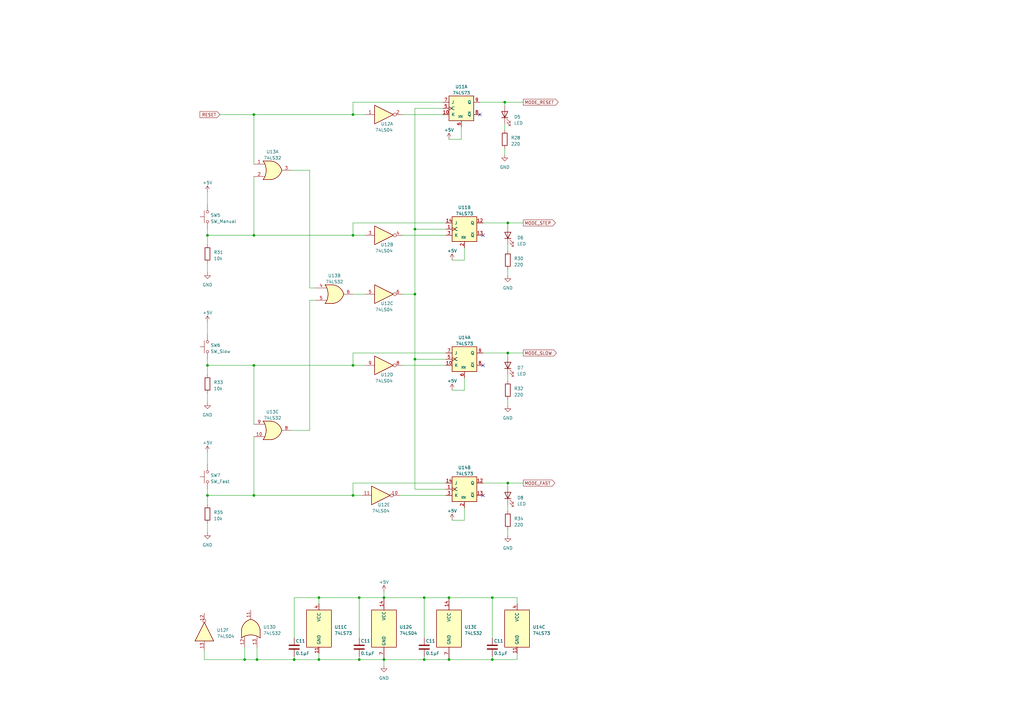
<source format=kicad_sch>
(kicad_sch (version 20230121) (generator eeschema)
  (paper "A3")
  (lib_symbols
    (symbol "74xx:74LS04"
      (property "Reference" "U" (at 0 1.27 0))
      (property "Value" "74LS04" (at 0 -1.27 0))
      (symbol "74LS04_1_0"
        (polyline (pts (xy -3.81 3.81) (xy -3.81 -3.81) (xy 3.81 0) (xy -3.81 3.81)) (stroke (width 0.254)) (fill (type background)))
        (pin input line (at -7.62 0 0) (length 3.81) (name "~") (number "1"))
        (pin output inverted (at 7.62 0 180) (length 3.81) (name "~") (number "2"))
      )
      (symbol "74LS04_2_0"
        (polyline (pts (xy -3.81 3.81) (xy -3.81 -3.81) (xy 3.81 0) (xy -3.81 3.81)) (stroke (width 0.254)) (fill (type background)))
        (pin input line (at -7.62 0 0) (length 3.81) (name "~") (number "3"))
        (pin output inverted (at 7.62 0 180) (length 3.81) (name "~") (number "4"))
      )
      (symbol "74LS04_3_0"
        (polyline (pts (xy -3.81 3.81) (xy -3.81 -3.81) (xy 3.81 0) (xy -3.81 3.81)) (stroke (width 0.254)) (fill (type background)))
        (pin input line (at -7.62 0 0) (length 3.81) (name "~") (number "5"))
        (pin output inverted (at 7.62 0 180) (length 3.81) (name "~") (number "6"))
      )
      (symbol "74LS04_4_0"
        (polyline (pts (xy -3.81 3.81) (xy -3.81 -3.81) (xy 3.81 0) (xy -3.81 3.81)) (stroke (width 0.254)) (fill (type background)))
        (pin output inverted (at 7.62 0 180) (length 3.81) (name "~") (number "8"))
        (pin input line (at -7.62 0 0) (length 3.81) (name "~") (number "9"))
      )
      (symbol "74LS04_5_0"
        (polyline (pts (xy -3.81 3.81) (xy -3.81 -3.81) (xy 3.81 0) (xy -3.81 3.81)) (stroke (width 0.254)) (fill (type background)))
        (pin output inverted (at 7.62 0 180) (length 3.81) (name "~") (number "10"))
        (pin input line (at -7.62 0 0) (length 3.81) (name "~") (number "11"))
      )
      (symbol "74LS04_6_0"
        (polyline (pts (xy -3.81 3.81) (xy -3.81 -3.81) (xy 3.81 0) (xy -3.81 3.81)) (stroke (width 0.254)) (fill (type background)))
        (pin output inverted (at 7.62 0 180) (length 3.81) (name "~") (number "12"))
        (pin input line (at -7.62 0 0) (length 3.81) (name "~") (number "13"))
      )
      (symbol "74LS04_7_0"
        (pin power_in line (at 0 12.7 270) (length 5.08) (name "VCC") (number "14"))
        (pin power_in line (at 0 -12.7 90) (length 5.08) (name "GND") (number "7"))
      )
      (symbol "74LS04_7_1"
        (rectangle (start -5.08 7.62) (end 5.08 -7.62) (stroke (width 0.254)) (fill (type background)))
      )
    )
    (symbol "74xx:74LS32" (pin_names (offset 1.016))
      (property "Reference" "U" (at 0 1.27 0))
      (property "Value" "74LS32" (at 0 -1.27 0))
      (symbol "74LS32_1_1"
        (arc (start -3.81 -3.81) (mid -2.589 0) (end -3.81 3.81) (stroke (width 0.254)))
        (arc (start -0.6096 -3.81) (mid 2.1842 -2.5851) (end 3.81 0) (stroke (width 0.254)) (fill (type background)))
        (polyline (pts (xy -3.81 -3.81) (xy -0.635 -3.81)) (stroke (width 0.254)) (fill (type background)))
        (polyline (pts (xy -3.81 3.81) (xy -0.635 3.81)) (stroke (width 0.254)) (fill (type background)))
        (polyline (pts (xy -0.635 3.81) (xy -3.81 3.81) (xy -3.81 3.81) (xy -3.556 3.4036) (xy -3.0226 2.2606) (xy -2.6924 1.0414) (xy -2.6162 -0.254) (xy -2.7686 -1.4986) (xy -3.175 -2.7178) (xy -3.81 -3.81) (xy -3.81 -3.81) (xy -0.635 -3.81)) (stroke (width -25.4)) (fill (type background)))
        (arc (start 3.81 0) (mid 2.1915 2.5936) (end -0.6096 3.81) (stroke (width 0.254)) (fill (type background)))
        (pin input line (at -7.62 2.54 0) (length 4.318) (name "~") (number "1"))
        (pin input line (at -7.62 -2.54 0) (length 4.318) (name "~") (number "2"))
        (pin output line (at 7.62 0 180) (length 3.81) (name "~") (number "3"))
      )
      (symbol "74LS32_1_2"
        (arc (start 0 -3.81) (mid 3.7934 0) (end 0 3.81) (stroke (width 0.254)) (fill (type background)))
        (polyline (pts (xy 0 3.81) (xy -3.81 3.81) (xy -3.81 -3.81) (xy 0 -3.81)) (stroke (width 0.254)) (fill (type background)))
        (pin input inverted (at -7.62 2.54 0) (length 3.81) (name "~") (number "1"))
        (pin input inverted (at -7.62 -2.54 0) (length 3.81) (name "~") (number "2"))
        (pin output inverted (at 7.62 0 180) (length 3.81) (name "~") (number "3"))
      )
      (symbol "74LS32_2_1"
        (arc (start -3.81 -3.81) (mid -2.589 0) (end -3.81 3.81) (stroke (width 0.254)))
        (arc (start -0.6096 -3.81) (mid 2.1842 -2.5851) (end 3.81 0) (stroke (width 0.254)) (fill (type background)))
        (polyline (pts (xy -3.81 -3.81) (xy -0.635 -3.81)) (stroke (width 0.254)) (fill (type background)))
        (polyline (pts (xy -3.81 3.81) (xy -0.635 3.81)) (stroke (width 0.254)) (fill (type background)))
        (polyline (pts (xy -0.635 3.81) (xy -3.81 3.81) (xy -3.81 3.81) (xy -3.556 3.4036) (xy -3.0226 2.2606) (xy -2.6924 1.0414) (xy -2.6162 -0.254) (xy -2.7686 -1.4986) (xy -3.175 -2.7178) (xy -3.81 -3.81) (xy -3.81 -3.81) (xy -0.635 -3.81)) (stroke (width -25.4)) (fill (type background)))
        (arc (start 3.81 0) (mid 2.1915 2.5936) (end -0.6096 3.81) (stroke (width 0.254)) (fill (type background)))
        (pin input line (at -7.62 2.54 0) (length 4.318) (name "~") (number "4"))
        (pin input line (at -7.62 -2.54 0) (length 4.318) (name "~") (number "5"))
        (pin output line (at 7.62 0 180) (length 3.81) (name "~") (number "6"))
      )
      (symbol "74LS32_2_2"
        (arc (start 0 -3.81) (mid 3.7934 0) (end 0 3.81) (stroke (width 0.254)) (fill (type background)))
        (polyline (pts (xy 0 3.81) (xy -3.81 3.81) (xy -3.81 -3.81) (xy 0 -3.81)) (stroke (width 0.254)) (fill (type background)))
        (pin input inverted (at -7.62 2.54 0) (length 3.81) (name "~") (number "4"))
        (pin input inverted (at -7.62 -2.54 0) (length 3.81) (name "~") (number "5"))
        (pin output inverted (at 7.62 0 180) (length 3.81) (name "~") (number "6"))
      )
      (symbol "74LS32_3_1"
        (arc (start -3.81 -3.81) (mid -2.589 0) (end -3.81 3.81) (stroke (width 0.254)))
        (arc (start -0.6096 -3.81) (mid 2.1842 -2.5851) (end 3.81 0) (stroke (width 0.254)) (fill (type background)))
        (polyline (pts (xy -3.81 -3.81) (xy -0.635 -3.81)) (stroke (width 0.254)) (fill (type background)))
        (polyline (pts (xy -3.81 3.81) (xy -0.635 3.81)) (stroke (width 0.254)) (fill (type background)))
        (polyline (pts (xy -0.635 3.81) (xy -3.81 3.81) (xy -3.81 3.81) (xy -3.556 3.4036) (xy -3.0226 2.2606) (xy -2.6924 1.0414) (xy -2.6162 -0.254) (xy -2.7686 -1.4986) (xy -3.175 -2.7178) (xy -3.81 -3.81) (xy -3.81 -3.81) (xy -0.635 -3.81)) (stroke (width -25.4)) (fill (type background)))
        (arc (start 3.81 0) (mid 2.1915 2.5936) (end -0.6096 3.81) (stroke (width 0.254)) (fill (type background)))
        (pin input line (at -7.62 -2.54 0) (length 4.318) (name "~") (number "10"))
        (pin output line (at 7.62 0 180) (length 3.81) (name "~") (number "8"))
        (pin input line (at -7.62 2.54 0) (length 4.318) (name "~") (number "9"))
      )
      (symbol "74LS32_3_2"
        (arc (start 0 -3.81) (mid 3.7934 0) (end 0 3.81) (stroke (width 0.254)) (fill (type background)))
        (polyline (pts (xy 0 3.81) (xy -3.81 3.81) (xy -3.81 -3.81) (xy 0 -3.81)) (stroke (width 0.254)) (fill (type background)))
        (pin input inverted (at -7.62 -2.54 0) (length 3.81) (name "~") (number "10"))
        (pin output inverted (at 7.62 0 180) (length 3.81) (name "~") (number "8"))
        (pin input inverted (at -7.62 2.54 0) (length 3.81) (name "~") (number "9"))
      )
      (symbol "74LS32_4_1"
        (arc (start -3.81 -3.81) (mid -2.589 0) (end -3.81 3.81) (stroke (width 0.254)))
        (arc (start -0.6096 -3.81) (mid 2.1842 -2.5851) (end 3.81 0) (stroke (width 0.254)) (fill (type background)))
        (polyline (pts (xy -3.81 -3.81) (xy -0.635 -3.81)) (stroke (width 0.254)) (fill (type background)))
        (polyline (pts (xy -3.81 3.81) (xy -0.635 3.81)) (stroke (width 0.254)) (fill (type background)))
        (polyline (pts (xy -0.635 3.81) (xy -3.81 3.81) (xy -3.81 3.81) (xy -3.556 3.4036) (xy -3.0226 2.2606) (xy -2.6924 1.0414) (xy -2.6162 -0.254) (xy -2.7686 -1.4986) (xy -3.175 -2.7178) (xy -3.81 -3.81) (xy -3.81 -3.81) (xy -0.635 -3.81)) (stroke (width -25.4)) (fill (type background)))
        (arc (start 3.81 0) (mid 2.1915 2.5936) (end -0.6096 3.81) (stroke (width 0.254)) (fill (type background)))
        (pin output line (at 7.62 0 180) (length 3.81) (name "~") (number "11"))
        (pin input line (at -7.62 2.54 0) (length 4.318) (name "~") (number "12"))
        (pin input line (at -7.62 -2.54 0) (length 4.318) (name "~") (number "13"))
      )
      (symbol "74LS32_4_2"
        (arc (start 0 -3.81) (mid 3.7934 0) (end 0 3.81) (stroke (width 0.254)) (fill (type background)))
        (polyline (pts (xy 0 3.81) (xy -3.81 3.81) (xy -3.81 -3.81) (xy 0 -3.81)) (stroke (width 0.254)) (fill (type background)))
        (pin output inverted (at 7.62 0 180) (length 3.81) (name "~") (number "11"))
        (pin input inverted (at -7.62 2.54 0) (length 3.81) (name "~") (number "12"))
        (pin input inverted (at -7.62 -2.54 0) (length 3.81) (name "~") (number "13"))
      )
      (symbol "74LS32_5_0"
        (pin power_in line (at 0 12.7 270) (length 5.08) (name "VCC") (number "14"))
        (pin power_in line (at 0 -12.7 90) (length 5.08) (name "GND") (number "7"))
      )
      (symbol "74LS32_5_1"
        (rectangle (start -5.08 7.62) (end 5.08 -7.62) (stroke (width 0.254)) (fill (type background)))
      )
    )
    (symbol "74xx:74LS73" (pin_names (offset 1.016))
      (property "Reference" "U" (at -7.62 8.89 0))
      (property "Value" "74LS73" (at -7.62 -8.89 0))
      (symbol "74LS73_1_0"
        (pin input line (at -7.62 -2.54 0) (length 2.54) (name "K") (number "10"))
        (pin input clock (at -7.62 0 0) (length 2.54) (name "C") (number "5"))
        (pin input line (at 0 -7.62 90) (length 2.54) (name "~{R}") (number "6"))
        (pin input line (at -7.62 2.54 0) (length 2.54) (name "J") (number "7"))
        (pin output line (at 7.62 -2.54 180) (length 2.54) (name "~{Q}") (number "8"))
        (pin output line (at 7.62 2.54 180) (length 2.54) (name "Q") (number "9"))
      )
      (symbol "74LS73_1_1"
        (rectangle (start -5.08 5.08) (end 5.08 -5.08) (stroke (width 0.254)) (fill (type background)))
      )
      (symbol "74LS73_2_0"
        (pin input clock (at -7.62 0 0) (length 2.54) (name "C") (number "1"))
        (pin output line (at 7.62 2.54 180) (length 2.54) (name "Q") (number "12"))
        (pin output line (at 7.62 -2.54 180) (length 2.54) (name "~{Q}") (number "13"))
        (pin input line (at -7.62 2.54 0) (length 2.54) (name "J") (number "14"))
        (pin input line (at 0 -7.62 90) (length 2.54) (name "~{R}") (number "2"))
        (pin input line (at -7.62 -2.54 0) (length 2.54) (name "K") (number "3"))
      )
      (symbol "74LS73_2_1"
        (rectangle (start -5.08 5.08) (end 5.08 -5.08) (stroke (width 0.254)) (fill (type background)))
      )
      (symbol "74LS73_3_0"
        (pin power_in line (at 0 -10.16 90) (length 2.54) (name "GND") (number "11"))
        (pin power_in line (at 0 10.16 270) (length 2.54) (name "VCC") (number "4"))
      )
      (symbol "74LS73_3_1"
        (rectangle (start -5.08 7.62) (end 5.08 -7.62) (stroke (width 0.254)) (fill (type background)))
      )
    )
    (symbol "Device:C" (pin_numbers hide) (pin_names (offset 0.254))
      (property "Reference" "C" (at 0.635 2.54 0))
      (property "Value" "C" (at 0.635 -2.54 0))
      (symbol "C_0_1"
        (polyline (pts (xy -2.032 -0.762) (xy 2.032 -0.762)) (stroke (width 0.508)))
        (polyline (pts (xy -2.032 0.762) (xy 2.032 0.762)) (stroke (width 0.508)))
      )
      (symbol "C_1_1"
        (pin passive line (at 0 3.81 270) (length 2.794) (name "~") (number "1"))
        (pin passive line (at 0 -3.81 90) (length 2.794) (name "~") (number "2"))
      )
    )
    (symbol "Device:LED" (pin_numbers hide) (pin_names (offset 1.016) hide)
      (property "Reference" "D" (at 0 2.54 0))
      (property "Value" "LED" (at 0 -2.54 0))
      (symbol "LED_0_1"
        (polyline (pts (xy -1.27 -1.27) (xy -1.27 1.27)) (stroke (width 0.254)))
        (polyline (pts (xy -1.27 0) (xy 1.27 0)))
        (polyline (pts (xy 1.27 -1.27) (xy 1.27 1.27) (xy -1.27 0) (xy 1.27 -1.27)) (stroke (width 0.254)))
        (polyline (pts (xy -3.048 -0.762) (xy -4.572 -2.286) (xy -3.81 -2.286) (xy -4.572 -2.286) (xy -4.572 -1.524)))
        (polyline (pts (xy -1.778 -0.762) (xy -3.302 -2.286) (xy -2.54 -2.286) (xy -3.302 -2.286) (xy -3.302 -1.524)))
      )
      (symbol "LED_1_1"
        (pin passive line (at -3.81 0 0) (length 2.54) (name "K") (number "1"))
        (pin passive line (at 3.81 0 180) (length 2.54) (name "A") (number "2"))
      )
    )
    (symbol "Device:R" (pin_numbers hide) (pin_names (offset 0))
      (property "Reference" "R" (at 2.032 0 90))
      (property "Value" "R" (at 0 0 90))
      (symbol "R_0_1"
        (rectangle (start -1.016 -2.54) (end 1.016 2.54) (stroke (width 0.254)))
      )
      (symbol "R_1_1"
        (pin passive line (at 0 3.81 270) (length 1.27) (name "~") (number "1"))
        (pin passive line (at 0 -3.81 90) (length 1.27) (name "~") (number "2"))
      )
    )
    (symbol "Switch:SW_Push" (pin_numbers hide) (pin_names (offset 1.016) hide)
      (property "Reference" "SW" (at 1.27 2.54 0))
      (property "Value" "SW_Push" (at 0 -1.524 0))
      (symbol "SW_Push_0_1"
        (circle (center -2.032 0) (radius 0.508))
        (polyline (pts (xy 0 1.27) (xy 0 3.048)))
        (polyline (pts (xy 2.54 1.27) (xy -2.54 1.27)))
        (circle (center 2.032 0) (radius 0.508))
        (pin passive line (at -5.08 0 0) (length 2.54) (name "1") (number "1"))
        (pin passive line (at 5.08 0 180) (length 2.54) (name "2") (number "2"))
      )
    )
    (symbol "power:+5V" (power) (pin_names (offset 0))
      (property "Value" "+5V" (at 0 3.556 0))
      (symbol "+5V_0_1"
        (polyline (pts (xy -0.762 1.27) (xy 0 2.54)))
        (polyline (pts (xy 0 0) (xy 0 2.54)))
        (polyline (pts (xy 0 2.54) (xy 0.762 1.27)))
      )
      (symbol "+5V_1_1"
        (pin power_in line (at 0 0 90) (length 0) hide (name "+5V") (number "1"))
      )
    )
    (symbol "power:GND" (power) (pin_names (offset 0))
      (property "Value" "GND" (at 0 -3.81 0))
      (symbol "GND_0_1"
        (polyline (pts (xy 0 0) (xy 0 -1.27) (xy 1.27 -1.27) (xy 0 -2.54) (xy -1.27 -1.27) (xy 0 -1.27)))
      )
      (symbol "GND_1_1"
        (pin power_in line (at 0 0 270) (length 0) hide (name "GND") (number "1"))
      )
    )
  )
  (junction (at 144.78 96.52))
  (junction (at 170.18 93.98))
  (junction (at 184.15 270.51))
  (junction (at 104.14 149.86))
  (junction (at 130.81 245.11))
  (junction (at 208.28 198.12))
  (junction (at 184.15 245.11))
  (junction (at 157.48 245.11))
  (junction (at 85.09 203.2))
  (junction (at 85.09 149.86))
  (junction (at 104.14 46.99))
  (junction (at 201.93 245.11))
  (junction (at 147.32 245.11))
  (junction (at 170.18 147.32))
  (junction (at 85.09 96.52))
  (junction (at 208.28 91.44))
  (junction (at 170.18 120.65))
  (junction (at 208.28 144.78))
  (junction (at 147.32 270.51))
  (junction (at 104.14 96.52))
  (junction (at 144.78 203.2))
  (junction (at 173.99 270.51))
  (junction (at 201.93 270.51))
  (junction (at 157.48 270.51))
  (junction (at 144.78 46.99))
  (junction (at 104.14 203.2))
  (junction (at 120.65 270.51))
  (junction (at 173.99 245.11))
  (junction (at 100.33 270.51))
  (junction (at 144.78 149.86))
  (junction (at 207.01 41.91))
  (junction (at 130.81 270.51))
  (junction (at 105.41 270.51))
  (no_connect (at 198.12 96.52))
  (no_connect (at 198.12 149.86))
  (no_connect (at 196.85 46.99))
  (no_connect (at 198.12 203.2))
  (wire (pts (xy 170.18 147.32) (xy 170.18 200.66)))
  (wire (pts (xy 163.83 203.2) (xy 182.88 203.2)))
  (wire (pts (xy 208.28 91.44) (xy 208.28 92.71)))
  (wire (pts (xy 104.14 46.99) (xy 104.14 67.31)))
  (wire (pts (xy 182.88 198.12) (xy 144.78 198.12)))
  (wire (pts (xy 208.28 144.78) (xy 214.63 144.78)))
  (wire (pts (xy 85.09 200.66) (xy 85.09 203.2)))
  (wire (pts (xy 104.14 149.86) (xy 104.14 173.99)))
  (wire (pts (xy 130.81 245.11) (xy 130.81 247.65)))
  (wire (pts (xy 85.09 147.32) (xy 85.09 149.86)))
  (wire (pts (xy 104.14 96.52) (xy 144.78 96.52)))
  (wire (pts (xy 208.28 102.87) (xy 208.28 100.33)))
  (wire (pts (xy 85.09 93.98) (xy 85.09 96.52)))
  (wire (pts (xy 85.09 78.74) (xy 85.09 83.82)))
  (wire (pts (xy 208.28 113.03) (xy 208.28 110.49)))
  (wire (pts (xy 173.99 245.11) (xy 184.15 245.11)))
  (wire (pts (xy 201.93 245.11) (xy 201.93 261.62)))
  (wire (pts (xy 83.82 270.51) (xy 100.33 270.51)))
  (wire (pts (xy 144.78 46.99) (xy 149.86 46.99)))
  (wire (pts (xy 198.12 144.78) (xy 208.28 144.78)))
  (wire (pts (xy 144.78 120.65) (xy 149.86 120.65)))
  (wire (pts (xy 85.09 96.52) (xy 104.14 96.52)))
  (wire (pts (xy 165.1 46.99) (xy 181.61 46.99)))
  (wire (pts (xy 120.65 269.24) (xy 120.65 270.51)))
  (wire (pts (xy 190.5 106.68) (xy 185.42 106.68)))
  (wire (pts (xy 182.88 93.98) (xy 170.18 93.98)))
  (wire (pts (xy 147.32 245.11) (xy 157.48 245.11)))
  (wire (pts (xy 184.15 245.11) (xy 201.93 245.11)))
  (wire (pts (xy 85.09 185.42) (xy 85.09 190.5)))
  (wire (pts (xy 189.23 57.15) (xy 184.15 57.15)))
  (wire (pts (xy 208.28 144.78) (xy 208.28 146.05)))
  (wire (pts (xy 104.14 96.52) (xy 104.14 72.39)))
  (wire (pts (xy 104.14 46.99) (xy 144.78 46.99)))
  (wire (pts (xy 85.09 132.08) (xy 85.09 137.16)))
  (wire (pts (xy 144.78 149.86) (xy 149.86 149.86)))
  (wire (pts (xy 144.78 203.2) (xy 148.59 203.2)))
  (wire (pts (xy 85.09 149.86) (xy 85.09 153.67)))
  (wire (pts (xy 201.93 270.51) (xy 212.09 270.51)))
  (wire (pts (xy 207.01 63.5) (xy 207.01 60.96)))
  (wire (pts (xy 85.09 161.29) (xy 85.09 165.1)))
  (wire (pts (xy 190.5 154.94) (xy 190.5 160.02)))
  (wire (pts (xy 157.48 273.05) (xy 157.48 270.51)))
  (wire (pts (xy 104.14 203.2) (xy 144.78 203.2)))
  (wire (pts (xy 182.88 200.66) (xy 170.18 200.66)))
  (wire (pts (xy 85.09 214.63) (xy 85.09 218.44)))
  (wire (pts (xy 127 123.19) (xy 129.54 123.19)))
  (wire (pts (xy 105.41 265.43) (xy 105.41 270.51)))
  (wire (pts (xy 157.48 270.51) (xy 173.99 270.51)))
  (wire (pts (xy 170.18 120.65) (xy 170.18 147.32)))
  (wire (pts (xy 104.14 149.86) (xy 144.78 149.86)))
  (wire (pts (xy 100.33 265.43) (xy 100.33 270.51)))
  (wire (pts (xy 100.33 270.51) (xy 105.41 270.51)))
  (wire (pts (xy 127 118.11) (xy 129.54 118.11)))
  (wire (pts (xy 190.5 160.02) (xy 185.42 160.02)))
  (wire (pts (xy 190.5 208.28) (xy 190.5 213.36)))
  (wire (pts (xy 207.01 41.91) (xy 207.01 43.18)))
  (wire (pts (xy 173.99 245.11) (xy 173.99 261.62)))
  (wire (pts (xy 207.01 41.91) (xy 214.63 41.91)))
  (wire (pts (xy 157.48 245.11) (xy 173.99 245.11)))
  (wire (pts (xy 147.32 269.24) (xy 147.32 270.51)))
  (wire (pts (xy 120.65 245.11) (xy 130.81 245.11)))
  (wire (pts (xy 144.78 144.78) (xy 144.78 149.86)))
  (wire (pts (xy 208.28 91.44) (xy 214.63 91.44)))
  (wire (pts (xy 144.78 96.52) (xy 149.86 96.52)))
  (wire (pts (xy 165.1 120.65) (xy 170.18 120.65)))
  (wire (pts (xy 198.12 198.12) (xy 208.28 198.12)))
  (wire (pts (xy 120.65 261.62) (xy 120.65 245.11)))
  (wire (pts (xy 90.17 46.99) (xy 104.14 46.99)))
  (wire (pts (xy 182.88 91.44) (xy 144.78 91.44)))
  (wire (pts (xy 173.99 269.24) (xy 173.99 270.51)))
  (wire (pts (xy 85.09 203.2) (xy 104.14 203.2)))
  (wire (pts (xy 157.48 242.57) (xy 157.48 245.11)))
  (wire (pts (xy 212.09 247.65) (xy 212.09 245.11)))
  (wire (pts (xy 181.61 41.91) (xy 144.78 41.91)))
  (wire (pts (xy 189.23 52.07) (xy 189.23 57.15)))
  (wire (pts (xy 173.99 270.51) (xy 184.15 270.51)))
  (wire (pts (xy 85.09 107.95) (xy 85.09 111.76)))
  (wire (pts (xy 201.93 245.11) (xy 212.09 245.11)))
  (wire (pts (xy 170.18 44.45) (xy 170.18 93.98)))
  (wire (pts (xy 120.65 270.51) (xy 130.81 270.51)))
  (wire (pts (xy 170.18 93.98) (xy 170.18 120.65)))
  (wire (pts (xy 190.5 101.6) (xy 190.5 106.68)))
  (wire (pts (xy 182.88 147.32) (xy 170.18 147.32)))
  (wire (pts (xy 144.78 91.44) (xy 144.78 96.52)))
  (wire (pts (xy 104.14 179.07) (xy 104.14 203.2)))
  (wire (pts (xy 208.28 198.12) (xy 214.63 198.12)))
  (wire (pts (xy 212.09 267.97) (xy 212.09 270.51)))
  (wire (pts (xy 165.1 96.52) (xy 182.88 96.52)))
  (wire (pts (xy 208.28 209.55) (xy 208.28 207.01)))
  (wire (pts (xy 201.93 269.24) (xy 201.93 270.51)))
  (wire (pts (xy 207.01 53.34) (xy 207.01 50.8)))
  (wire (pts (xy 165.1 149.86) (xy 182.88 149.86)))
  (wire (pts (xy 196.85 41.91) (xy 207.01 41.91)))
  (wire (pts (xy 85.09 203.2) (xy 85.09 207.01)))
  (wire (pts (xy 83.82 266.7) (xy 83.82 270.51)))
  (wire (pts (xy 208.28 156.21) (xy 208.28 153.67)))
  (wire (pts (xy 198.12 91.44) (xy 208.28 91.44)))
  (wire (pts (xy 170.18 44.45) (xy 181.61 44.45)))
  (wire (pts (xy 130.81 245.11) (xy 147.32 245.11)))
  (wire (pts (xy 127 69.85) (xy 119.38 69.85)))
  (wire (pts (xy 184.15 270.51) (xy 201.93 270.51)))
  (wire (pts (xy 127 118.11) (xy 127 69.85)))
  (wire (pts (xy 105.41 270.51) (xy 120.65 270.51)))
  (wire (pts (xy 85.09 149.86) (xy 104.14 149.86)))
  (wire (pts (xy 85.09 96.52) (xy 85.09 100.33)))
  (wire (pts (xy 130.81 270.51) (xy 130.81 267.97)))
  (wire (pts (xy 182.88 144.78) (xy 144.78 144.78)))
  (wire (pts (xy 190.5 213.36) (xy 185.42 213.36)))
  (wire (pts (xy 208.28 166.37) (xy 208.28 163.83)))
  (wire (pts (xy 127 176.53) (xy 119.38 176.53)))
  (wire (pts (xy 147.32 245.11) (xy 147.32 261.62)))
  (wire (pts (xy 144.78 198.12) (xy 144.78 203.2)))
  (wire (pts (xy 127 123.19) (xy 127 176.53)))
  (wire (pts (xy 144.78 41.91) (xy 144.78 46.99)))
  (wire (pts (xy 130.81 270.51) (xy 147.32 270.51)))
  (wire (pts (xy 147.32 270.51) (xy 157.48 270.51)))
  (wire (pts (xy 208.28 198.12) (xy 208.28 199.39)))
  (wire (pts (xy 208.28 219.71) (xy 208.28 217.17)))
  (global_label "MODE_FAST" (shape output) (at 214.63 198.12 0) (property "Intersheetrefs" "${INTERSHEET_REFS}" (effects hide)))
  (global_label "RESET" (shape input) (at 90.17 46.99 180) (property "Intersheetrefs" "${INTERSHEET_REFS}" (effects hide)))
  (global_label "MODE_SLOW" (shape output) (at 214.63 144.78 0) (property "Intersheetrefs" "${INTERSHEET_REFS}" (effects hide)))
  (global_label "MODE_STEP" (shape output) (at 214.63 91.44 0) (property "Intersheetrefs" "${INTERSHEET_REFS}" (effects hide)))
  (global_label "MODE_RESET" (shape output) (at 214.63 41.91 0) (property "Intersheetrefs" "${INTERSHEET_REFS}" (effects hide)))
  (symbol (lib_id "Device:R") (at 85.09 157.48 0) (unit 1)
    (property "Reference" "R33" (at 87.63 156.845 0) (effects (justify left)))
    (property "Value" "10k" (at 87.63 159.385 0) (effects (justify left)))
  )
  (symbol (lib_id "74xx:74LS04") (at 157.48 120.65 0) (unit 3)
    (property "Reference" "U12" (at 158.75 124.46 0))
    (property "Value" "74LS04" (at 157.48 127 0))
    (property "Datasheet" "http://www.ti.com/lit/gpn/sn74LS04" (effects hide))
  )
  (symbol (lib_id "74xx:74LS73") (at 190.5 93.98 0) (unit 2)
    (property "Reference" "U11" (at 190.5 85.09 0))
    (property "Value" "74LS73" (at 190.5 87.63 0))
    (property "Datasheet" "http://www.ti.com/lit/gpn/sn74LS73" (effects hide))
  )
  (symbol (lib_id "74xx:74LS73") (at 212.09 257.81 0) (unit 3)
    (property "Reference" "U14" (at 218.44 257.175 0) (effects (justify left)))
    (property "Value" "74LS73" (at 218.44 259.715 0) (effects (justify left)))
    (property "Datasheet" "http://www.ti.com/lit/gpn/sn74LS73" (effects hide))
  )
  (symbol (lib_id "74xx:74LS04") (at 157.48 46.99 0) (unit 1)
    (property "Reference" "U12" (at 158.75 50.8 0))
    (property "Value" "74LS04" (at 157.48 53.34 0))
    (property "Datasheet" "http://www.ti.com/lit/gpn/sn74LS04" (effects hide))
  )
  (symbol (lib_id "power:GND") (at 207.01 63.5 0) (unit 1)
    (property "Reference" "#PWR022" (effects hide))
    (property "Value" "GND" (at 207.01 68.58 0))
  )
  (symbol (lib_id "Device:C") (at 201.93 265.43 0) (unit 1)
    (property "Reference" "C11" (at 202.565 262.89 0) (effects (justify left)))
    (property "Value" "0.1µF" (at 202.565 267.97 0) (effects (justify left)))
    (property "Footprint" "Capacitor_THT:C_Disc_D4.3mm_W1.9mm_P5.00mm" (effects hide))
    (instances (project "clock" (path "" (reference "C11") (unit 1)) (path "" (reference "C18") (unit 1))) (project "8bit-computer" (path "" (reference "C10") (unit 1))))
  )
  (symbol (lib_id "power:+5V") (at 85.09 78.74 0) (unit 1)
    (property "Reference" "#PWR024" (effects hide))
    (property "Value" "+5V" (at 85.09 74.93 0))
  )
  (symbol (lib_id "Device:R") (at 207.01 57.15 0) (unit 1)
    (property "Reference" "R28" (at 209.55 56.515 0) (effects (justify left)))
    (property "Value" "220" (at 209.55 59.055 0) (effects (justify left)))
  )
  (symbol (lib_id "Device:R") (at 208.28 160.02 0) (unit 1)
    (property "Reference" "R32" (at 210.82 159.385 0) (effects (justify left)))
    (property "Value" "220" (at 210.82 161.925 0) (effects (justify left)))
  )
  (symbol (lib_id "Device:R") (at 85.09 104.14 0) (unit 1)
    (property "Reference" "R31" (at 87.63 103.505 0) (effects (justify left)))
    (property "Value" "10k" (at 87.63 106.045 0) (effects (justify left)))
  )
  (symbol (lib_id "74xx:74LS73") (at 190.5 147.32 0) (unit 1)
    (property "Reference" "U14" (at 190.5 138.43 0))
    (property "Value" "74LS73" (at 190.5 140.97 0))
    (property "Datasheet" "http://www.ti.com/lit/gpn/sn74LS73" (effects hide))
  )
  (symbol (lib_id "Device:LED") (at 208.28 96.52 90) (unit 1)
    (property "Reference" "D6" (at 212.09 97.4725 90) (effects (justify right)))
    (property "Value" "LED" (at 212.09 100.0125 90) (effects (justify right)))
  )
  (symbol (lib_id "74xx:74LS32") (at 111.76 176.53 0) (unit 3)
    (property "Reference" "U13" (at 111.76 168.91 0))
    (property "Value" "74LS32" (at 111.76 171.45 0))
    (property "Datasheet" "http://www.ti.com/lit/gpn/sn74LS32" (effects hide))
  )
  (symbol (lib_id "power:GND") (at 208.28 113.03 0) (unit 1)
    (property "Reference" "#PWR026" (effects hide))
    (property "Value" "GND" (at 208.28 118.11 0))
  )
  (symbol (lib_id "power:+5V") (at 85.09 132.08 0) (unit 1)
    (property "Reference" "#PWR028" (effects hide))
    (property "Value" "+5V" (at 85.09 128.27 0))
  )
  (symbol (lib_id "power:+5V") (at 85.09 185.42 0) (unit 1)
    (property "Reference" "#PWR032" (effects hide))
    (property "Value" "+5V" (at 85.09 181.61 0))
  )
  (symbol (lib_id "74xx:74LS32") (at 102.87 257.81 90) (unit 4)
    (property "Reference" "U13" (at 107.95 257.175 90) (effects (justify right)))
    (property "Value" "74LS32" (at 107.95 259.715 90) (effects (justify right)))
    (property "Datasheet" "http://www.ti.com/lit/gpn/sn74LS32" (effects hide))
  )
  (symbol (lib_id "74xx:74LS32") (at 184.15 257.81 0) (unit 5)
    (property "Reference" "U13" (at 190.5 257.175 0) (effects (justify left)))
    (property "Value" "74LS32" (at 190.5 259.715 0) (effects (justify left)))
    (property "Datasheet" "http://www.ti.com/lit/gpn/sn74LS32" (effects hide))
  )
  (symbol (lib_id "74xx:74LS32") (at 137.16 120.65 0) (unit 2)
    (property "Reference" "U13" (at 137.16 113.03 0))
    (property "Value" "74LS32" (at 137.16 115.57 0))
    (property "Datasheet" "http://www.ti.com/lit/gpn/sn74LS32" (effects hide))
  )
  (symbol (lib_id "power:+5V") (at 185.42 213.36 0) (unit 1)
    (property "Reference" "#PWR033" (effects hide))
    (property "Value" "+5V" (at 185.42 209.55 0))
  )
  (symbol (lib_id "power:GND") (at 208.28 166.37 0) (unit 1)
    (property "Reference" "#PWR030" (effects hide))
    (property "Value" "GND" (at 208.28 171.45 0))
  )
  (symbol (lib_id "power:GND") (at 157.48 273.05 0) (unit 1)
    (property "Reference" "#PWR037" (effects hide))
    (property "Value" "GND" (at 157.48 278.13 0))
  )
  (symbol (lib_id "Device:R") (at 85.09 210.82 0) (unit 1)
    (property "Reference" "R35" (at 87.63 210.185 0) (effects (justify left)))
    (property "Value" "10k" (at 87.63 212.725 0) (effects (justify left)))
  )
  (symbol (lib_id "Device:C") (at 147.32 265.43 0) (unit 1)
    (property "Reference" "C11" (at 147.955 262.89 0) (effects (justify left)))
    (property "Value" "0.1µF" (at 147.955 267.97 0) (effects (justify left)))
    (property "Footprint" "Capacitor_THT:C_Disc_D4.3mm_W1.9mm_P5.00mm" (effects hide))
    (instances (project "clock" (path "" (reference "C11") (unit 1)) (path "" (reference "C16") (unit 1))) (project "8bit-computer" (path "" (reference "C10") (unit 1))))
  )
  (symbol (lib_id "power:GND") (at 208.28 219.71 0) (unit 1)
    (property "Reference" "#PWR034" (effects hide))
    (property "Value" "GND" (at 208.28 224.79 0))
  )
  (symbol (lib_id "74xx:74LS73") (at 189.23 44.45 0) (unit 1)
    (property "Reference" "U11" (at 189.23 35.56 0))
    (property "Value" "74LS73" (at 189.23 38.1 0))
    (property "Datasheet" "http://www.ti.com/lit/gpn/sn74LS73" (effects hide))
  )
  (symbol (lib_id "power:+5V") (at 185.42 106.68 0) (unit 1)
    (property "Reference" "#PWR025" (effects hide))
    (property "Value" "+5V" (at 185.42 102.87 0))
  )
  (symbol (lib_id "74xx:74LS73") (at 190.5 200.66 0) (unit 2)
    (property "Reference" "U14" (at 190.5 191.77 0))
    (property "Value" "74LS73" (at 190.5 194.31 0))
    (property "Datasheet" "http://www.ti.com/lit/gpn/sn74LS73" (effects hide))
  )
  (symbol (lib_id "power:GND") (at 85.09 218.44 0) (unit 1)
    (property "Reference" "#PWR035" (effects hide))
    (property "Value" "GND" (at 85.09 223.52 0))
  )
  (symbol (lib_id "power:GND") (at 85.09 111.76 0) (unit 1)
    (property "Reference" "#PWR027" (effects hide))
    (property "Value" "GND" (at 85.09 116.84 0))
  )
  (symbol (lib_id "74xx:74LS04") (at 156.21 203.2 0) (unit 5)
    (property "Reference" "U12" (at 157.48 207.01 0))
    (property "Value" "74LS04" (at 156.21 209.55 0))
    (property "Datasheet" "http://www.ti.com/lit/gpn/sn74LS04" (effects hide))
  )
  (symbol (lib_id "Switch:SW_Push") (at 85.09 195.58 90) (unit 1)
    (property "Reference" "SW7" (at 86.36 194.945 90) (effects (justify right)))
    (property "Value" "SW_Fast" (at 86.36 197.485 90) (effects (justify right)))
  )
  (symbol (lib_id "74xx:74LS04") (at 157.48 96.52 0) (unit 2)
    (property "Reference" "U12" (at 158.75 100.33 0))
    (property "Value" "74LS04" (at 157.48 102.87 0))
    (property "Datasheet" "http://www.ti.com/lit/gpn/sn74LS04" (effects hide))
  )
  (symbol (lib_id "Device:C") (at 120.65 265.43 0) (unit 1)
    (property "Reference" "C11" (at 121.285 262.89 0) (effects (justify left)))
    (property "Value" "0.1µF" (at 121.285 267.97 0) (effects (justify left)))
    (property "Footprint" "Capacitor_THT:C_Disc_D4.3mm_W1.9mm_P5.00mm" (effects hide))
    (instances (project "clock" (path "" (reference "C11") (unit 1)) (path "" (reference "C13") (unit 1))) (project "8bit-computer" (path "" (reference "C10") (unit 1))))
  )
  (symbol (lib_id "power:GND") (at 85.09 165.1 0) (unit 1)
    (property "Reference" "#PWR031" (effects hide))
    (property "Value" "GND" (at 85.09 170.18 0))
  )
  (symbol (lib_id "74xx:74LS73") (at 130.81 257.81 0) (unit 3)
    (property "Reference" "U11" (at 137.16 257.175 0) (effects (justify left)))
    (property "Value" "74LS73" (at 137.16 259.715 0) (effects (justify left)))
    (property "Datasheet" "http://www.ti.com/lit/gpn/sn74LS73" (effects hide))
  )
  (symbol (lib_id "Device:R") (at 208.28 106.68 0) (unit 1)
    (property "Reference" "R30" (at 210.82 106.045 0) (effects (justify left)))
    (property "Value" "220" (at 210.82 108.585 0) (effects (justify left)))
  )
  (symbol (lib_id "power:+5V") (at 184.15 57.15 0) (unit 1)
    (property "Reference" "#PWR021" (effects hide))
    (property "Value" "+5V" (at 184.15 53.34 0))
  )
  (symbol (lib_id "Device:C") (at 173.99 265.43 0) (unit 1)
    (property "Reference" "C11" (at 174.625 262.89 0) (effects (justify left)))
    (property "Value" "0.1µF" (at 174.625 267.97 0) (effects (justify left)))
    (property "Footprint" "Capacitor_THT:C_Disc_D4.3mm_W1.9mm_P5.00mm" (effects hide))
    (instances (project "clock" (path "" (reference "C11") (unit 1)) (path "" (reference "C17") (unit 1))) (project "8bit-computer" (path "" (reference "C10") (unit 1))))
  )
  (symbol (lib_id "Switch:SW_Push") (at 85.09 88.9 90) (unit 1)
    (property "Reference" "SW5" (at 86.36 88.265 90) (effects (justify right)))
    (property "Value" "SW_Manual" (at 86.36 90.805 90) (effects (justify right)))
  )
  (symbol (lib_id "74xx:74LS32") (at 111.76 69.85 0) (unit 1)
    (property "Reference" "U13" (at 111.76 62.23 0))
    (property "Value" "74LS32" (at 111.76 64.77 0))
    (property "Datasheet" "http://www.ti.com/lit/gpn/sn74LS32" (effects hide))
  )
  (symbol (lib_id "Device:R") (at 208.28 213.36 0) (unit 1)
    (property "Reference" "R34" (at 210.82 212.725 0) (effects (justify left)))
    (property "Value" "220" (at 210.82 215.265 0) (effects (justify left)))
  )
  (symbol (lib_id "Device:LED") (at 208.28 149.86 90) (unit 1)
    (property "Reference" "D7" (at 212.09 150.8125 90) (effects (justify right)))
    (property "Value" "LED" (at 212.09 153.3525 90) (effects (justify right)))
  )
  (symbol (lib_id "74xx:74LS04") (at 157.48 257.81 0) (unit 7)
    (property "Reference" "U12" (at 163.83 257.175 0) (effects (justify left)))
    (property "Value" "74LS04" (at 163.83 259.715 0) (effects (justify left)))
    (property "Datasheet" "http://www.ti.com/lit/gpn/sn74LS04" (effects hide))
  )
  (symbol (lib_id "Device:LED") (at 207.01 46.99 90) (unit 1)
    (property "Reference" "D5" (at 210.82 47.9425 90) (effects (justify right)))
    (property "Value" "LED" (at 210.82 50.4825 90) (effects (justify right)))
  )
  (symbol (lib_id "power:+5V") (at 157.48 242.57 0) (unit 1)
    (property "Reference" "#PWR036" (effects hide))
    (property "Value" "+5V" (at 157.48 238.76 0))
  )
  (symbol (lib_id "74xx:74LS04") (at 157.48 149.86 0) (unit 4)
    (property "Reference" "U12" (at 158.75 153.67 0))
    (property "Value" "74LS04" (at 157.48 156.21 0))
    (property "Datasheet" "http://www.ti.com/lit/gpn/sn74LS04" (effects hide))
  )
  (symbol (lib_id "Switch:SW_Push") (at 85.09 142.24 90) (unit 1)
    (property "Reference" "SW6" (at 86.36 141.605 90) (effects (justify right)))
    (property "Value" "SW_Slow" (at 86.36 144.145 90) (effects (justify right)))
  )
  (symbol (lib_id "74xx:74LS04") (at 83.82 259.08 90) (unit 6)
    (property "Reference" "U12" (at 88.9 258.445 90) (effects (justify right)))
    (property "Value" "74LS04" (at 88.9 260.985 90) (effects (justify right)))
    (property "Datasheet" "http://www.ti.com/lit/gpn/sn74LS04" (effects hide))
  )
  (symbol (lib_id "power:+5V") (at 185.42 160.02 0) (unit 1)
    (property "Reference" "#PWR029" (effects hide))
    (property "Value" "+5V" (at 185.42 156.21 0))
  )
  (symbol (lib_id "Device:LED") (at 208.28 203.2 90) (unit 1)
    (property "Reference" "D8" (at 212.09 204.1525 90) (effects (justify right)))
    (property "Value" "LED" (at 212.09 206.6925 90) (effects (justify right)))
  )
)
</source>
